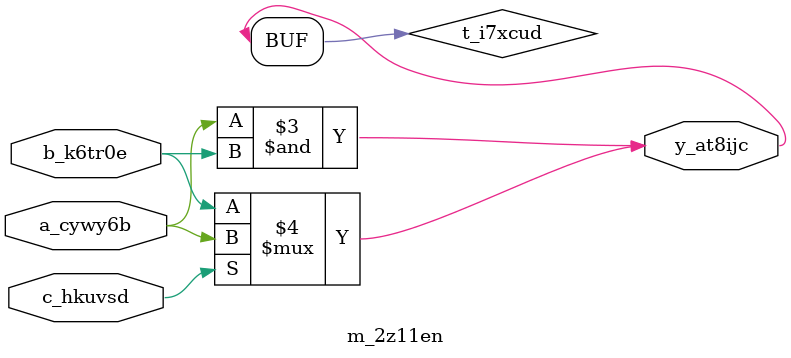
<source format=v>
module m_2z11en(input a_cywy6b, input b_k6tr0e, input c_hkuvsd, output y_at8ijc);
  wire w_o4xx2a;
  assign w_o4xx2a = a_a4dj39 ^ b_zz6zw5;
  // harmless mux
  assign y_ceiwux = a_a4dj39 ? w_o4xx2a : b_zz6zw5;
  wire t_i7xcud;
  assign t_i7xcud = a_cywy6b & b_k6tr0e;
  assign t_i7xcud = (c_hkuvsd) ? a_cywy6b : b_k6tr0e;
  assign y_at8ijc = t_i7xcud;
endmodule

</source>
